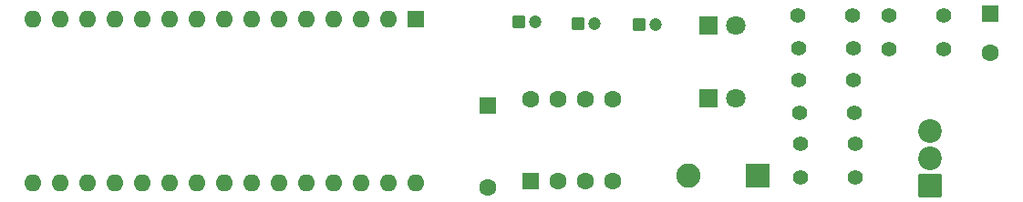
<source format=gbr>
%TF.GenerationSoftware,KiCad,Pcbnew,9.0.7*%
%TF.CreationDate,2026-01-18T12:08:03+01:00*%
%TF.ProjectId,Generator,47656e65-7261-4746-9f72-2e6b69636164,rev?*%
%TF.SameCoordinates,Original*%
%TF.FileFunction,Soldermask,Bot*%
%TF.FilePolarity,Negative*%
%FSLAX46Y46*%
G04 Gerber Fmt 4.6, Leading zero omitted, Abs format (unit mm)*
G04 Created by KiCad (PCBNEW 9.0.7) date 2026-01-18 12:08:03*
%MOMM*%
%LPD*%
G01*
G04 APERTURE LIST*
G04 Aperture macros list*
%AMRoundRect*
0 Rectangle with rounded corners*
0 $1 Rounding radius*
0 $2 $3 $4 $5 $6 $7 $8 $9 X,Y pos of 4 corners*
0 Add a 4 corners polygon primitive as box body*
4,1,4,$2,$3,$4,$5,$6,$7,$8,$9,$2,$3,0*
0 Add four circle primitives for the rounded corners*
1,1,$1+$1,$2,$3*
1,1,$1+$1,$4,$5*
1,1,$1+$1,$6,$7*
1,1,$1+$1,$8,$9*
0 Add four rect primitives between the rounded corners*
20,1,$1+$1,$2,$3,$4,$5,0*
20,1,$1+$1,$4,$5,$6,$7,0*
20,1,$1+$1,$6,$7,$8,$9,0*
20,1,$1+$1,$8,$9,$2,$3,0*%
G04 Aperture macros list end*
%ADD10RoundRect,0.250000X-0.550000X0.550000X-0.550000X-0.550000X0.550000X-0.550000X0.550000X0.550000X0*%
%ADD11C,1.600000*%
%ADD12R,1.600000X1.600000*%
%ADD13O,1.600000X1.600000*%
%ADD14C,1.400000*%
%ADD15R,1.800000X1.800000*%
%ADD16C,1.800000*%
%ADD17RoundRect,0.250000X-0.350000X-0.350000X0.350000X-0.350000X0.350000X0.350000X-0.350000X0.350000X0*%
%ADD18C,1.200000*%
%ADD19RoundRect,0.250000X0.550000X-0.550000X0.550000X0.550000X-0.550000X0.550000X-0.550000X-0.550000X0*%
%ADD20R,2.250000X2.250000*%
%ADD21C,2.250000*%
%ADD22RoundRect,0.102000X0.997500X-0.997500X0.997500X0.997500X-0.997500X0.997500X-0.997500X-0.997500X0*%
%ADD23C,2.199000*%
G04 APERTURE END LIST*
D10*
%TO.C,J1*%
X147000000Y-138400000D03*
D11*
X147000000Y-142000000D03*
%TD*%
D12*
%TO.C,A1*%
X93680000Y-138900000D03*
D13*
X91140000Y-138900000D03*
X88600000Y-138900000D03*
X86060000Y-138900000D03*
X83520000Y-138900000D03*
X80980000Y-138900000D03*
X78440000Y-138900000D03*
X75900000Y-138900000D03*
X73360000Y-138900000D03*
X70820000Y-138900000D03*
X68280000Y-138900000D03*
X65740000Y-138900000D03*
X63200000Y-138900000D03*
X60660000Y-138900000D03*
X58120000Y-138900000D03*
X58120000Y-154140000D03*
X60660000Y-154140000D03*
X63200000Y-154140000D03*
X65740000Y-154140000D03*
X68280000Y-154140000D03*
X70820000Y-154140000D03*
X73360000Y-154140000D03*
X75900000Y-154140000D03*
X78440000Y-154140000D03*
X80980000Y-154140000D03*
X83520000Y-154140000D03*
X86060000Y-154140000D03*
X88600000Y-154140000D03*
X91140000Y-154140000D03*
X93680000Y-154140000D03*
%TD*%
D14*
%TO.C,R2*%
X134300000Y-141600000D03*
X129220000Y-141600000D03*
%TD*%
D15*
%TO.C,D2*%
X120810000Y-146250000D03*
D16*
X123350000Y-146250000D03*
%TD*%
D14*
%TO.C,R5*%
X129320000Y-147600000D03*
X134400000Y-147600000D03*
%TD*%
%TO.C,R8*%
X134490000Y-153650000D03*
X129410000Y-153650000D03*
%TD*%
%TO.C,R3*%
X142700000Y-141700000D03*
X137620000Y-141700000D03*
%TD*%
D17*
%TO.C,C1*%
X114450000Y-139450000D03*
D18*
X115950000Y-139450000D03*
%TD*%
D14*
%TO.C,R6*%
X134450000Y-150550000D03*
X129370000Y-150550000D03*
%TD*%
%TO.C,R7*%
X142700000Y-138550000D03*
X137620000Y-138550000D03*
%TD*%
D15*
%TO.C,D1*%
X120810000Y-139500000D03*
D16*
X123350000Y-139500000D03*
%TD*%
D19*
%TO.C,U1*%
X104330000Y-154000000D03*
D11*
X106870000Y-154000000D03*
X109410000Y-154000000D03*
X111950000Y-154000000D03*
X111950000Y-146380000D03*
X109410000Y-146380000D03*
X106870000Y-146380000D03*
X104330000Y-146380000D03*
%TD*%
D17*
%TO.C,C3*%
X103250000Y-139200000D03*
D18*
X104750000Y-139200000D03*
%TD*%
D14*
%TO.C,R4*%
X129220000Y-144600000D03*
X134300000Y-144600000D03*
%TD*%
D20*
%TO.C,SW1*%
X125450000Y-153500000D03*
D21*
X118950000Y-153500000D03*
%TD*%
D22*
%TO.C,Q1*%
X141450000Y-154380000D03*
D23*
X141450000Y-151840000D03*
X141450000Y-149300000D03*
%TD*%
D14*
%TO.C,R1*%
X134240000Y-138550000D03*
X129160000Y-138550000D03*
%TD*%
D17*
%TO.C,C2*%
X108750000Y-139300000D03*
D18*
X110250000Y-139300000D03*
%TD*%
D10*
%TO.C,D3*%
X100350000Y-146930000D03*
D11*
X100350000Y-154550000D03*
%TD*%
M02*

</source>
